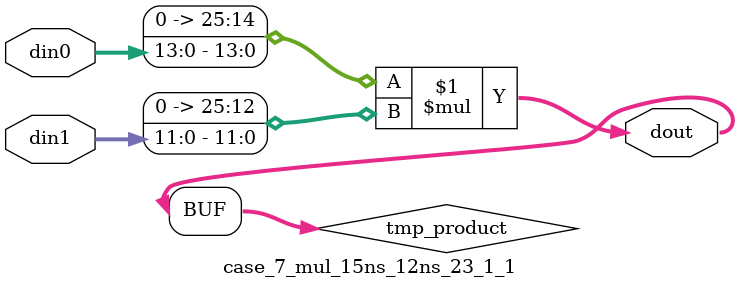
<source format=v>

`timescale 1 ns / 1 ps

 (* use_dsp = "no" *)  module case_7_mul_15ns_12ns_23_1_1(din0, din1, dout);
parameter ID = 1;
parameter NUM_STAGE = 0;
parameter din0_WIDTH = 14;
parameter din1_WIDTH = 12;
parameter dout_WIDTH = 26;

input [din0_WIDTH - 1 : 0] din0; 
input [din1_WIDTH - 1 : 0] din1; 
output [dout_WIDTH - 1 : 0] dout;

wire signed [dout_WIDTH - 1 : 0] tmp_product;
























assign tmp_product = $signed({1'b0, din0}) * $signed({1'b0, din1});











assign dout = tmp_product;





















endmodule

</source>
